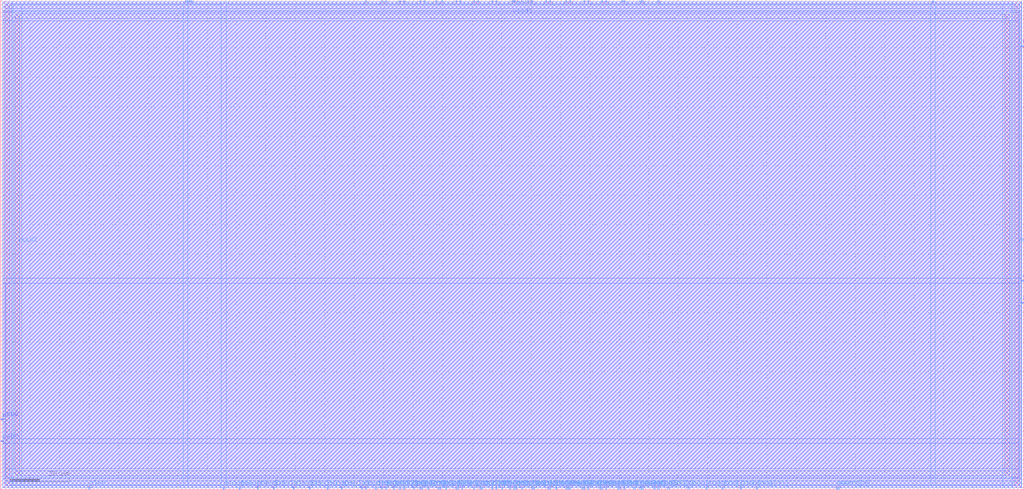
<source format=lef>
VERSION 5.4 ;
NAMESCASESENSITIVE ON ;
BUSBITCHARS "[]" ;
DIVIDERCHAR "/" ;
UNITS
  DATABASE MICRONS 2000 ;
END UNITS
MACRO sram_32_16_sky130
   CLASS BLOCK ;
   SIZE 347.18 BY 166.3 ;
   SYMMETRY X Y R90 ;
   PIN din0[0]
      DIRECTION INPUT ;
      PORT
         LAYER met4 ;
         RECT  75.48 0.0 75.86 1.06 ;
      END
   END din0[0]
   PIN din0[1]
      DIRECTION INPUT ;
      PORT
         LAYER met4 ;
         RECT  80.92 0.0 81.3 1.06 ;
      END
   END din0[1]
   PIN din0[2]
      DIRECTION INPUT ;
      PORT
         LAYER met4 ;
         RECT  87.04 0.0 87.42 1.06 ;
      END
   END din0[2]
   PIN din0[3]
      DIRECTION INPUT ;
      PORT
         LAYER met4 ;
         RECT  92.48 0.0 92.86 1.06 ;
      END
   END din0[3]
   PIN din0[4]
      DIRECTION INPUT ;
      PORT
         LAYER met4 ;
         RECT  99.28 0.0 99.66 1.06 ;
      END
   END din0[4]
   PIN din0[5]
      DIRECTION INPUT ;
      PORT
         LAYER met4 ;
         RECT  104.72 0.0 105.1 1.06 ;
      END
   END din0[5]
   PIN din0[6]
      DIRECTION INPUT ;
      PORT
         LAYER met4 ;
         RECT  110.84 0.0 111.22 1.06 ;
      END
   END din0[6]
   PIN din0[7]
      DIRECTION INPUT ;
      PORT
         LAYER met4 ;
         RECT  115.6 0.0 115.98 1.06 ;
      END
   END din0[7]
   PIN din0[8]
      DIRECTION INPUT ;
      PORT
         LAYER met4 ;
         RECT  122.4 0.0 122.78 1.06 ;
      END
   END din0[8]
   PIN din0[9]
      DIRECTION INPUT ;
      PORT
         LAYER met4 ;
         RECT  127.16 0.0 127.54 1.06 ;
      END
   END din0[9]
   PIN din0[10]
      DIRECTION INPUT ;
      PORT
         LAYER met4 ;
         RECT  133.28 0.0 133.66 1.06 ;
      END
   END din0[10]
   PIN din0[11]
      DIRECTION INPUT ;
      PORT
         LAYER met4 ;
         RECT  140.08 0.0 140.46 1.06 ;
      END
   END din0[11]
   PIN din0[12]
      DIRECTION INPUT ;
      PORT
         LAYER met4 ;
         RECT  144.84 0.0 145.22 1.06 ;
      END
   END din0[12]
   PIN din0[13]
      DIRECTION INPUT ;
      PORT
         LAYER met4 ;
         RECT  150.96 0.0 151.34 1.06 ;
      END
   END din0[13]
   PIN din0[14]
      DIRECTION INPUT ;
      PORT
         LAYER met4 ;
         RECT  156.4 0.0 156.78 1.06 ;
      END
   END din0[14]
   PIN din0[15]
      DIRECTION INPUT ;
      PORT
         LAYER met4 ;
         RECT  162.52 0.0 162.9 1.06 ;
      END
   END din0[15]
   PIN din0[16]
      DIRECTION INPUT ;
      PORT
         LAYER met4 ;
         RECT  167.96 0.0 168.34 1.06 ;
      END
   END din0[16]
   PIN din0[17]
      DIRECTION INPUT ;
      PORT
         LAYER met4 ;
         RECT  174.08 0.0 174.46 1.06 ;
      END
   END din0[17]
   PIN din0[18]
      DIRECTION INPUT ;
      PORT
         LAYER met4 ;
         RECT  180.2 0.0 180.58 1.06 ;
      END
   END din0[18]
   PIN din0[19]
      DIRECTION INPUT ;
      PORT
         LAYER met4 ;
         RECT  185.64 0.0 186.02 1.06 ;
      END
   END din0[19]
   PIN din0[20]
      DIRECTION INPUT ;
      PORT
         LAYER met4 ;
         RECT  192.44 0.0 192.82 1.06 ;
      END
   END din0[20]
   PIN din0[21]
      DIRECTION INPUT ;
      PORT
         LAYER met4 ;
         RECT  197.2 0.0 197.58 1.06 ;
      END
   END din0[21]
   PIN din0[22]
      DIRECTION INPUT ;
      PORT
         LAYER met4 ;
         RECT  203.32 0.0 203.7 1.06 ;
      END
   END din0[22]
   PIN din0[23]
      DIRECTION INPUT ;
      PORT
         LAYER met4 ;
         RECT  209.44 0.0 209.82 1.06 ;
      END
   END din0[23]
   PIN din0[24]
      DIRECTION INPUT ;
      PORT
         LAYER met4 ;
         RECT  214.88 0.0 215.26 1.06 ;
      END
   END din0[24]
   PIN din0[25]
      DIRECTION INPUT ;
      PORT
         LAYER met4 ;
         RECT  221.68 0.0 222.06 1.06 ;
      END
   END din0[25]
   PIN din0[26]
      DIRECTION INPUT ;
      PORT
         LAYER met4 ;
         RECT  226.44 0.0 226.82 1.06 ;
      END
   END din0[26]
   PIN din0[27]
      DIRECTION INPUT ;
      PORT
         LAYER met4 ;
         RECT  233.24 0.0 233.62 1.06 ;
      END
   END din0[27]
   PIN din0[28]
      DIRECTION INPUT ;
      PORT
         LAYER met4 ;
         RECT  239.36 0.0 239.74 1.06 ;
      END
   END din0[28]
   PIN din0[29]
      DIRECTION INPUT ;
      PORT
         LAYER met4 ;
         RECT  244.8 0.0 245.18 1.06 ;
      END
   END din0[29]
   PIN din0[30]
      DIRECTION INPUT ;
      PORT
         LAYER met4 ;
         RECT  250.92 0.0 251.3 1.06 ;
      END
   END din0[30]
   PIN din0[31]
      DIRECTION INPUT ;
      PORT
         LAYER met4 ;
         RECT  256.36 0.0 256.74 1.06 ;
      END
   END din0[31]
   PIN addr0[0]
      DIRECTION INPUT ;
      PORT
         LAYER met4 ;
         RECT  62.56 165.24 62.94 166.3 ;
      END
   END addr0[0]
   PIN addr0[1]
      DIRECTION INPUT ;
      PORT
         LAYER met4 ;
         RECT  64.6 165.24 64.98 166.3 ;
      END
   END addr0[1]
   PIN addr0[2]
      DIRECTION INPUT ;
      PORT
         LAYER met4 ;
         RECT  63.92 165.24 64.3 166.3 ;
      END
   END addr0[2]
   PIN addr0[3]
      DIRECTION INPUT ;
      PORT
         LAYER met4 ;
         RECT  63.24 165.24 63.62 166.3 ;
      END
   END addr0[3]
   PIN addr1[0]
      DIRECTION INPUT ;
      PORT
         LAYER met3 ;
         RECT  346.12 70.72 347.18 71.1 ;
      END
   END addr1[0]
   PIN addr1[1]
      DIRECTION INPUT ;
      PORT
         LAYER met3 ;
         RECT  346.12 63.24 347.18 63.62 ;
      END
   END addr1[1]
   PIN addr1[2]
      DIRECTION INPUT ;
      PORT
         LAYER met4 ;
         RECT  283.56 0.0 283.94 1.06 ;
      END
   END addr1[2]
   PIN addr1[3]
      DIRECTION INPUT ;
      PORT
         LAYER met4 ;
         RECT  284.24 0.0 284.62 1.06 ;
      END
   END addr1[3]
   PIN csb0
      DIRECTION INPUT ;
      PORT
         LAYER met3 ;
         RECT  0.0 16.32 1.06 16.7 ;
      END
   END csb0
   PIN csb1
      DIRECTION INPUT ;
      PORT
         LAYER met3 ;
         RECT  346.12 150.28 347.18 150.66 ;
      END
   END csb1
   PIN web0
      DIRECTION INPUT ;
      PORT
         LAYER met3 ;
         RECT  0.0 23.8 1.06 24.18 ;
      END
   END web0
   PIN clk0
      DIRECTION INPUT ;
      PORT
         LAYER met4 ;
         RECT  29.92 0.0 30.3 1.06 ;
      END
   END clk0
   PIN clk1
      DIRECTION INPUT ;
      PORT
         LAYER met4 ;
         RECT  316.2 165.24 316.58 166.3 ;
      END
   END clk1
   PIN dout0[0]
      DIRECTION OUTPUT ;
      PORT
         LAYER met4 ;
         RECT  123.76 0.0 124.14 1.06 ;
      END
   END dout0[0]
   PIN dout0[1]
      DIRECTION OUTPUT ;
      PORT
         LAYER met4 ;
         RECT  129.2 0.0 129.58 1.06 ;
      END
   END dout0[1]
   PIN dout0[2]
      DIRECTION OUTPUT ;
      PORT
         LAYER met4 ;
         RECT  130.56 0.0 130.94 1.06 ;
      END
   END dout0[2]
   PIN dout0[3]
      DIRECTION OUTPUT ;
      PORT
         LAYER met4 ;
         RECT  135.32 0.0 135.7 1.06 ;
      END
   END dout0[3]
   PIN dout0[4]
      DIRECTION OUTPUT ;
      PORT
         LAYER met4 ;
         RECT  136.68 0.0 137.06 1.06 ;
      END
   END dout0[4]
   PIN dout0[5]
      DIRECTION OUTPUT ;
      PORT
         LAYER met4 ;
         RECT  142.12 0.0 142.5 1.06 ;
      END
   END dout0[5]
   PIN dout0[6]
      DIRECTION OUTPUT ;
      PORT
         LAYER met4 ;
         RECT  142.8 0.0 143.18 1.06 ;
      END
   END dout0[6]
   PIN dout0[7]
      DIRECTION OUTPUT ;
      PORT
         LAYER met4 ;
         RECT  148.24 0.0 148.62 1.06 ;
      END
   END dout0[7]
   PIN dout0[8]
      DIRECTION OUTPUT ;
      PORT
         LAYER met4 ;
         RECT  148.92 0.0 149.3 1.06 ;
      END
   END dout0[8]
   PIN dout0[9]
      DIRECTION OUTPUT ;
      PORT
         LAYER met4 ;
         RECT  154.36 0.0 154.74 1.06 ;
      END
   END dout0[9]
   PIN dout0[10]
      DIRECTION OUTPUT ;
      PORT
         LAYER met4 ;
         RECT  155.04 0.0 155.42 1.06 ;
      END
   END dout0[10]
   PIN dout0[11]
      DIRECTION OUTPUT ;
      PORT
         LAYER met4 ;
         RECT  160.48 0.0 160.86 1.06 ;
      END
   END dout0[11]
   PIN dout0[12]
      DIRECTION OUTPUT ;
      PORT
         LAYER met4 ;
         RECT  163.2 0.0 163.58 1.06 ;
      END
   END dout0[12]
   PIN dout0[13]
      DIRECTION OUTPUT ;
      PORT
         LAYER met4 ;
         RECT  166.6 0.0 166.98 1.06 ;
      END
   END dout0[13]
   PIN dout0[14]
      DIRECTION OUTPUT ;
      PORT
         LAYER met4 ;
         RECT  170.0 0.0 170.38 1.06 ;
      END
   END dout0[14]
   PIN dout0[15]
      DIRECTION OUTPUT ;
      PORT
         LAYER met4 ;
         RECT  172.72 0.0 173.1 1.06 ;
      END
   END dout0[15]
   PIN dout0[16]
      DIRECTION OUTPUT ;
      PORT
         LAYER met4 ;
         RECT  174.76 0.0 175.14 1.06 ;
      END
   END dout0[16]
   PIN dout0[17]
      DIRECTION OUTPUT ;
      PORT
         LAYER met4 ;
         RECT  176.8 0.0 177.18 1.06 ;
      END
   END dout0[17]
   PIN dout0[18]
      DIRECTION OUTPUT ;
      PORT
         LAYER met4 ;
         RECT  180.88 0.0 181.26 1.06 ;
      END
   END dout0[18]
   PIN dout0[19]
      DIRECTION OUTPUT ;
      PORT
         LAYER met4 ;
         RECT  186.32 0.0 186.7 1.06 ;
      END
   END dout0[19]
   PIN dout0[20]
      DIRECTION OUTPUT ;
      PORT
         LAYER met4 ;
         RECT  188.36 0.0 188.74 1.06 ;
      END
   END dout0[20]
   PIN dout0[21]
      DIRECTION OUTPUT ;
      PORT
         LAYER met4 ;
         RECT  191.76 0.0 192.14 1.06 ;
      END
   END dout0[21]
   PIN dout0[22]
      DIRECTION OUTPUT ;
      PORT
         LAYER met4 ;
         RECT  193.12 0.0 193.5 1.06 ;
      END
   END dout0[22]
   PIN dout0[23]
      DIRECTION OUTPUT ;
      PORT
         LAYER met4 ;
         RECT  197.88 0.0 198.26 1.06 ;
      END
   END dout0[23]
   PIN dout0[24]
      DIRECTION OUTPUT ;
      PORT
         LAYER met4 ;
         RECT  199.24 0.0 199.62 1.06 ;
      END
   END dout0[24]
   PIN dout0[25]
      DIRECTION OUTPUT ;
      PORT
         LAYER met4 ;
         RECT  204.0 0.0 204.38 1.06 ;
      END
   END dout0[25]
   PIN dout0[26]
      DIRECTION OUTPUT ;
      PORT
         LAYER met4 ;
         RECT  205.36 0.0 205.74 1.06 ;
      END
   END dout0[26]
   PIN dout0[27]
      DIRECTION OUTPUT ;
      PORT
         LAYER met4 ;
         RECT  210.12 0.0 210.5 1.06 ;
      END
   END dout0[27]
   PIN dout0[28]
      DIRECTION OUTPUT ;
      PORT
         LAYER met4 ;
         RECT  211.48 0.0 211.86 1.06 ;
      END
   END dout0[28]
   PIN dout0[29]
      DIRECTION OUTPUT ;
      PORT
         LAYER met4 ;
         RECT  216.92 0.0 217.3 1.06 ;
      END
   END dout0[29]
   PIN dout0[30]
      DIRECTION OUTPUT ;
      PORT
         LAYER met4 ;
         RECT  217.6 0.0 217.98 1.06 ;
      END
   END dout0[30]
   PIN dout0[31]
      DIRECTION OUTPUT ;
      PORT
         LAYER met4 ;
         RECT  223.04 0.0 223.42 1.06 ;
      END
   END dout0[31]
   PIN dout1[0]
      DIRECTION OUTPUT ;
      PORT
         LAYER met4 ;
         RECT  123.76 165.24 124.14 166.3 ;
      END
   END dout1[0]
   PIN dout1[1]
      DIRECTION OUTPUT ;
      PORT
         LAYER met4 ;
         RECT  129.2 165.24 129.58 166.3 ;
      END
   END dout1[1]
   PIN dout1[2]
      DIRECTION OUTPUT ;
      PORT
         LAYER met4 ;
         RECT  130.56 165.24 130.94 166.3 ;
      END
   END dout1[2]
   PIN dout1[3]
      DIRECTION OUTPUT ;
      PORT
         LAYER met4 ;
         RECT  135.32 165.24 135.7 166.3 ;
      END
   END dout1[3]
   PIN dout1[4]
      DIRECTION OUTPUT ;
      PORT
         LAYER met4 ;
         RECT  136.68 165.24 137.06 166.3 ;
      END
   END dout1[4]
   PIN dout1[5]
      DIRECTION OUTPUT ;
      PORT
         LAYER met4 ;
         RECT  142.12 165.24 142.5 166.3 ;
      END
   END dout1[5]
   PIN dout1[6]
      DIRECTION OUTPUT ;
      PORT
         LAYER met4 ;
         RECT  143.48 165.24 143.86 166.3 ;
      END
   END dout1[6]
   PIN dout1[7]
      DIRECTION OUTPUT ;
      PORT
         LAYER met4 ;
         RECT  147.56 165.24 147.94 166.3 ;
      END
   END dout1[7]
   PIN dout1[8]
      DIRECTION OUTPUT ;
      PORT
         LAYER met4 ;
         RECT  149.6 165.24 149.98 166.3 ;
      END
   END dout1[8]
   PIN dout1[9]
      DIRECTION OUTPUT ;
      PORT
         LAYER met4 ;
         RECT  154.36 165.24 154.74 166.3 ;
      END
   END dout1[9]
   PIN dout1[10]
      DIRECTION OUTPUT ;
      PORT
         LAYER met4 ;
         RECT  155.72 165.24 156.1 166.3 ;
      END
   END dout1[10]
   PIN dout1[11]
      DIRECTION OUTPUT ;
      PORT
         LAYER met4 ;
         RECT  160.48 165.24 160.86 166.3 ;
      END
   END dout1[11]
   PIN dout1[12]
      DIRECTION OUTPUT ;
      PORT
         LAYER met4 ;
         RECT  161.84 165.24 162.22 166.3 ;
      END
   END dout1[12]
   PIN dout1[13]
      DIRECTION OUTPUT ;
      PORT
         LAYER met4 ;
         RECT  166.6 165.24 166.98 166.3 ;
      END
   END dout1[13]
   PIN dout1[14]
      DIRECTION OUTPUT ;
      PORT
         LAYER met4 ;
         RECT  167.96 165.24 168.34 166.3 ;
      END
   END dout1[14]
   PIN dout1[15]
      DIRECTION OUTPUT ;
      PORT
         LAYER met4 ;
         RECT  173.4 165.24 173.78 166.3 ;
      END
   END dout1[15]
   PIN dout1[16]
      DIRECTION OUTPUT ;
      PORT
         LAYER met4 ;
         RECT  174.08 165.24 174.46 166.3 ;
      END
   END dout1[16]
   PIN dout1[17]
      DIRECTION OUTPUT ;
      PORT
         LAYER met4 ;
         RECT  178.84 165.24 179.22 166.3 ;
      END
   END dout1[17]
   PIN dout1[18]
      DIRECTION OUTPUT ;
      PORT
         LAYER met4 ;
         RECT  180.2 165.24 180.58 166.3 ;
      END
   END dout1[18]
   PIN dout1[19]
      DIRECTION OUTPUT ;
      PORT
         LAYER met4 ;
         RECT  184.96 165.24 185.34 166.3 ;
      END
   END dout1[19]
   PIN dout1[20]
      DIRECTION OUTPUT ;
      PORT
         LAYER met4 ;
         RECT  186.32 165.24 186.7 166.3 ;
      END
   END dout1[20]
   PIN dout1[21]
      DIRECTION OUTPUT ;
      PORT
         LAYER met4 ;
         RECT  191.76 165.24 192.14 166.3 ;
      END
   END dout1[21]
   PIN dout1[22]
      DIRECTION OUTPUT ;
      PORT
         LAYER met4 ;
         RECT  193.12 165.24 193.5 166.3 ;
      END
   END dout1[22]
   PIN dout1[23]
      DIRECTION OUTPUT ;
      PORT
         LAYER met4 ;
         RECT  197.88 165.24 198.26 166.3 ;
      END
   END dout1[23]
   PIN dout1[24]
      DIRECTION OUTPUT ;
      PORT
         LAYER met4 ;
         RECT  199.24 165.24 199.62 166.3 ;
      END
   END dout1[24]
   PIN dout1[25]
      DIRECTION OUTPUT ;
      PORT
         LAYER met4 ;
         RECT  204.0 165.24 204.38 166.3 ;
      END
   END dout1[25]
   PIN dout1[26]
      DIRECTION OUTPUT ;
      PORT
         LAYER met4 ;
         RECT  205.36 165.24 205.74 166.3 ;
      END
   END dout1[26]
   PIN dout1[27]
      DIRECTION OUTPUT ;
      PORT
         LAYER met4 ;
         RECT  210.8 165.24 211.18 166.3 ;
      END
   END dout1[27]
   PIN dout1[28]
      DIRECTION OUTPUT ;
      PORT
         LAYER met4 ;
         RECT  211.48 165.24 211.86 166.3 ;
      END
   END dout1[28]
   PIN dout1[29]
      DIRECTION OUTPUT ;
      PORT
         LAYER met4 ;
         RECT  216.92 165.24 217.3 166.3 ;
      END
   END dout1[29]
   PIN dout1[30]
      DIRECTION OUTPUT ;
      PORT
         LAYER met4 ;
         RECT  217.6 165.24 217.98 166.3 ;
      END
   END dout1[30]
   PIN dout1[31]
      DIRECTION OUTPUT ;
      PORT
         LAYER met4 ;
         RECT  223.04 165.24 223.42 166.3 ;
      END
   END dout1[31]
   PIN vccd1
      DIRECTION INOUT ;
      USE POWER ; 
      SHAPE ABUTMENT ; 
      PORT
         LAYER met4 ;
         RECT  340.68 4.76 342.42 161.54 ;
         LAYER met3 ;
         RECT  4.76 4.76 342.42 6.5 ;
         LAYER met4 ;
         RECT  4.76 4.76 6.5 161.54 ;
         LAYER met3 ;
         RECT  4.76 159.8 342.42 161.54 ;
      END
   END vccd1
   PIN vssd1
      DIRECTION INOUT ;
      USE GROUND ; 
      SHAPE ABUTMENT ; 
      PORT
         LAYER met3 ;
         RECT  1.36 1.36 345.82 3.1 ;
         LAYER met3 ;
         RECT  1.36 163.2 345.82 164.94 ;
         LAYER met4 ;
         RECT  1.36 1.36 3.1 164.94 ;
         LAYER met4 ;
         RECT  344.08 1.36 345.82 164.94 ;
      END
   END vssd1
   OBS
   LAYER  met1 ;
      RECT  0.62 0.62 346.56 165.68 ;
   LAYER  met2 ;
      RECT  0.62 0.62 346.56 165.68 ;
   LAYER  met3 ;
      RECT  0.62 70.12 345.52 71.7 ;
      RECT  345.52 64.22 346.56 70.12 ;
      RECT  1.66 15.72 345.52 17.3 ;
      RECT  1.66 17.3 345.52 70.12 ;
      RECT  345.52 71.7 346.56 149.68 ;
      RECT  0.62 17.3 1.66 23.2 ;
      RECT  0.62 24.78 1.66 70.12 ;
      RECT  1.66 4.16 4.16 7.1 ;
      RECT  1.66 7.1 4.16 15.72 ;
      RECT  4.16 7.1 343.02 15.72 ;
      RECT  343.02 4.16 345.52 7.1 ;
      RECT  343.02 7.1 345.52 15.72 ;
      RECT  0.62 71.7 4.16 159.2 ;
      RECT  0.62 159.2 4.16 162.14 ;
      RECT  4.16 71.7 343.02 159.2 ;
      RECT  343.02 71.7 345.52 159.2 ;
      RECT  343.02 159.2 345.52 162.14 ;
      RECT  345.52 0.62 346.42 0.76 ;
      RECT  345.52 3.7 346.42 62.64 ;
      RECT  346.42 0.62 346.56 0.76 ;
      RECT  346.42 0.76 346.56 3.7 ;
      RECT  346.42 3.7 346.56 62.64 ;
      RECT  0.62 0.62 0.76 0.76 ;
      RECT  0.62 0.76 0.76 3.7 ;
      RECT  0.62 3.7 0.76 15.72 ;
      RECT  0.76 0.62 1.66 0.76 ;
      RECT  0.76 3.7 1.66 15.72 ;
      RECT  1.66 0.62 4.16 0.76 ;
      RECT  1.66 3.7 4.16 4.16 ;
      RECT  4.16 0.62 343.02 0.76 ;
      RECT  4.16 3.7 343.02 4.16 ;
      RECT  343.02 0.62 345.52 0.76 ;
      RECT  343.02 3.7 345.52 4.16 ;
      RECT  345.52 151.26 346.42 162.6 ;
      RECT  345.52 165.54 346.42 165.68 ;
      RECT  346.42 151.26 346.56 162.6 ;
      RECT  346.42 162.6 346.56 165.54 ;
      RECT  346.42 165.54 346.56 165.68 ;
      RECT  0.62 162.14 0.76 162.6 ;
      RECT  0.62 162.6 0.76 165.54 ;
      RECT  0.62 165.54 0.76 165.68 ;
      RECT  0.76 162.14 4.16 162.6 ;
      RECT  0.76 165.54 4.16 165.68 ;
      RECT  4.16 162.14 343.02 162.6 ;
      RECT  4.16 165.54 343.02 165.68 ;
      RECT  343.02 162.14 345.52 162.6 ;
      RECT  343.02 165.54 345.52 165.68 ;
   LAYER  met4 ;
      RECT  74.88 1.66 76.46 165.68 ;
      RECT  76.46 0.62 80.32 1.66 ;
      RECT  81.9 0.62 86.44 1.66 ;
      RECT  88.02 0.62 91.88 1.66 ;
      RECT  93.46 0.62 98.68 1.66 ;
      RECT  100.26 0.62 104.12 1.66 ;
      RECT  105.7 0.62 110.24 1.66 ;
      RECT  111.82 0.62 115.0 1.66 ;
      RECT  116.58 0.62 121.8 1.66 ;
      RECT  227.42 0.62 232.64 1.66 ;
      RECT  234.22 0.62 238.76 1.66 ;
      RECT  240.34 0.62 244.2 1.66 ;
      RECT  245.78 0.62 250.32 1.66 ;
      RECT  251.9 0.62 255.76 1.66 ;
      RECT  61.96 1.66 63.54 164.64 ;
      RECT  63.54 1.66 74.88 164.64 ;
      RECT  65.58 164.64 74.88 165.68 ;
      RECT  257.34 0.62 282.96 1.66 ;
      RECT  30.9 0.62 74.88 1.66 ;
      RECT  76.46 1.66 315.6 164.64 ;
      RECT  315.6 1.66 317.18 164.64 ;
      RECT  124.74 0.62 126.56 1.66 ;
      RECT  128.14 0.62 128.6 1.66 ;
      RECT  131.54 0.62 132.68 1.66 ;
      RECT  134.26 0.62 134.72 1.66 ;
      RECT  137.66 0.62 139.48 1.66 ;
      RECT  141.06 0.62 141.52 1.66 ;
      RECT  143.78 0.62 144.24 1.66 ;
      RECT  145.82 0.62 147.64 1.66 ;
      RECT  149.9 0.62 150.36 1.66 ;
      RECT  151.94 0.62 153.76 1.66 ;
      RECT  157.38 0.62 159.88 1.66 ;
      RECT  161.46 0.62 161.92 1.66 ;
      RECT  164.18 0.62 166.0 1.66 ;
      RECT  168.94 0.62 169.4 1.66 ;
      RECT  170.98 0.62 172.12 1.66 ;
      RECT  175.74 0.62 176.2 1.66 ;
      RECT  177.78 0.62 179.6 1.66 ;
      RECT  181.86 0.62 185.04 1.66 ;
      RECT  187.3 0.62 187.76 1.66 ;
      RECT  189.34 0.62 191.16 1.66 ;
      RECT  194.1 0.62 196.6 1.66 ;
      RECT  200.22 0.62 202.72 1.66 ;
      RECT  206.34 0.62 208.84 1.66 ;
      RECT  212.46 0.62 214.28 1.66 ;
      RECT  215.86 0.62 216.32 1.66 ;
      RECT  218.58 0.62 221.08 1.66 ;
      RECT  224.02 0.62 225.84 1.66 ;
      RECT  76.46 164.64 123.16 165.68 ;
      RECT  124.74 164.64 128.6 165.68 ;
      RECT  131.54 164.64 134.72 165.68 ;
      RECT  137.66 164.64 141.52 165.68 ;
      RECT  144.46 164.64 146.96 165.68 ;
      RECT  148.54 164.64 149.0 165.68 ;
      RECT  150.58 164.64 153.76 165.68 ;
      RECT  156.7 164.64 159.88 165.68 ;
      RECT  162.82 164.64 166.0 165.68 ;
      RECT  168.94 164.64 172.8 165.68 ;
      RECT  175.06 164.64 178.24 165.68 ;
      RECT  181.18 164.64 184.36 165.68 ;
      RECT  187.3 164.64 191.16 165.68 ;
      RECT  194.1 164.64 197.28 165.68 ;
      RECT  200.22 164.64 203.4 165.68 ;
      RECT  206.34 164.64 210.2 165.68 ;
      RECT  212.46 164.64 216.32 165.68 ;
      RECT  218.58 164.64 222.44 165.68 ;
      RECT  224.02 164.64 315.6 165.68 ;
      RECT  317.18 1.66 340.08 4.16 ;
      RECT  317.18 4.16 340.08 162.14 ;
      RECT  317.18 162.14 340.08 164.64 ;
      RECT  340.08 1.66 343.02 4.16 ;
      RECT  340.08 162.14 343.02 164.64 ;
      RECT  4.16 1.66 7.1 4.16 ;
      RECT  4.16 162.14 7.1 164.64 ;
      RECT  7.1 1.66 61.96 4.16 ;
      RECT  7.1 4.16 61.96 162.14 ;
      RECT  7.1 162.14 61.96 164.64 ;
      RECT  0.62 164.64 0.76 165.54 ;
      RECT  0.62 165.54 0.76 165.68 ;
      RECT  0.76 165.54 3.7 165.68 ;
      RECT  3.7 164.64 61.96 165.54 ;
      RECT  3.7 165.54 61.96 165.68 ;
      RECT  0.62 0.62 0.76 0.76 ;
      RECT  0.62 0.76 0.76 1.66 ;
      RECT  0.76 0.62 3.7 0.76 ;
      RECT  3.7 0.62 29.32 0.76 ;
      RECT  3.7 0.76 29.32 1.66 ;
      RECT  0.62 1.66 0.76 4.16 ;
      RECT  3.7 1.66 4.16 4.16 ;
      RECT  0.62 4.16 0.76 162.14 ;
      RECT  3.7 4.16 4.16 162.14 ;
      RECT  0.62 162.14 0.76 164.64 ;
      RECT  3.7 162.14 4.16 164.64 ;
      RECT  285.22 0.62 343.48 0.76 ;
      RECT  285.22 0.76 343.48 1.66 ;
      RECT  343.48 0.62 346.42 0.76 ;
      RECT  346.42 0.62 346.56 0.76 ;
      RECT  346.42 0.76 346.56 1.66 ;
      RECT  317.18 164.64 343.48 165.54 ;
      RECT  317.18 165.54 343.48 165.68 ;
      RECT  343.48 165.54 346.42 165.68 ;
      RECT  346.42 164.64 346.56 165.54 ;
      RECT  346.42 165.54 346.56 165.68 ;
      RECT  343.02 1.66 343.48 4.16 ;
      RECT  346.42 1.66 346.56 4.16 ;
      RECT  343.02 4.16 343.48 162.14 ;
      RECT  346.42 4.16 346.56 162.14 ;
      RECT  343.02 162.14 343.48 164.64 ;
      RECT  346.42 162.14 346.56 164.64 ;
   END
END    sram_32_16_sky130
END    LIBRARY

</source>
